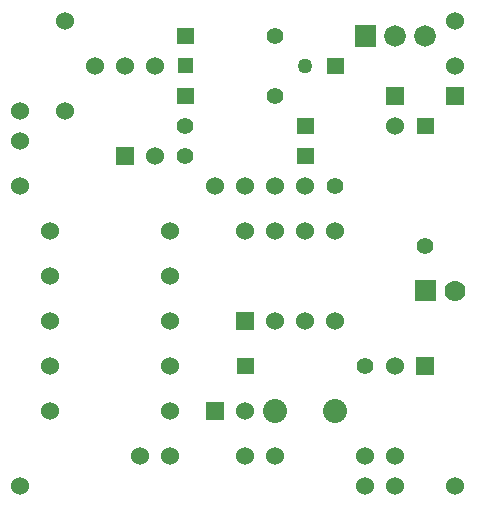
<source format=gbr>
G04 start of page 2 for group 0 idx 0 *
G04 Title: (unknown), component *
G04 Creator: pcb 20100929 *
G04 CreationDate: Thu Oct 25 17:22:37 2012 UTC *
G04 For: blc *
G04 Format: Gerber/RS-274X *
G04 PCB-Dimensions: 200000 200000 *
G04 PCB-Coordinate-Origin: lower left *
%MOIN*%
%FSLAX25Y25*%
%LNFRONT*%
%ADD11C,0.0550*%
%ADD12C,0.0600*%
%ADD13C,0.0200*%
%ADD14C,0.0500*%
%ADD15C,0.0800*%
%ADD16C,0.0700*%
%ADD17C,0.0720*%
%ADD18C,0.0300*%
%ADD19C,0.0350*%
%ADD20C,0.0280*%
%ADD21C,0.0420*%
G54D11*X80000Y135000D03*
Y145000D03*
G54D12*X40000Y150000D03*
Y180000D03*
X50000Y165000D03*
X60000D03*
X70000D03*
G54D13*G36*
X57000Y138000D02*Y132000D01*
X63000D01*
Y138000D01*
X57000D01*
G37*
G54D12*X35000Y110000D03*
Y95000D03*
Y80000D03*
Y65000D03*
Y50000D03*
X70000Y135000D03*
G54D13*G36*
X77250Y157750D02*Y152250D01*
X82750D01*
Y157750D01*
X77250D01*
G37*
G36*
X77500Y167500D02*Y162500D01*
X82500D01*
Y167500D01*
X77500D01*
G37*
G36*
X77250Y177750D02*Y172250D01*
X82750D01*
Y177750D01*
X77250D01*
G37*
G36*
X117250Y137750D02*Y132250D01*
X122750D01*
Y137750D01*
X117250D01*
G37*
G36*
Y147750D02*Y142250D01*
X122750D01*
Y147750D01*
X117250D01*
G37*
G54D11*X110000Y155000D03*
G54D12*Y110000D03*
X100000D03*
G54D13*G36*
X127250Y167750D02*Y162250D01*
X132750D01*
Y167750D01*
X127250D01*
G37*
G54D14*X120000Y165000D03*
G54D11*X110000Y175000D03*
X130000Y125000D03*
G54D12*X90000D03*
X100000D03*
X120000D03*
X110000D03*
X75000Y110000D03*
Y95000D03*
G54D13*G36*
X97000Y83000D02*Y77000D01*
X103000D01*
Y83000D01*
X97000D01*
G37*
G54D12*X110000Y80000D03*
X120000D03*
G54D13*G36*
X97250Y67750D02*Y62250D01*
X102750D01*
Y67750D01*
X97250D01*
G37*
G54D12*X75000Y80000D03*
Y65000D03*
X130000Y80000D03*
G54D11*X140000Y65000D03*
G54D15*X130000Y50000D03*
X110000D03*
G54D12*Y35000D03*
X100000D03*
G54D13*G36*
X87000Y53000D02*Y47000D01*
X93000D01*
Y53000D01*
X87000D01*
G37*
G54D12*X100000Y50000D03*
X150000Y25000D03*
X140000Y35000D03*
Y25000D03*
X150000Y35000D03*
G54D13*G36*
X157000Y68000D02*Y62000D01*
X163000D01*
Y68000D01*
X157000D01*
G37*
G54D12*X150000Y65000D03*
X75000Y35000D03*
X65000D03*
X75000Y50000D03*
X130000Y110000D03*
G54D11*X160000Y105000D03*
G54D13*G36*
X156500Y93500D02*Y86500D01*
X163500D01*
Y93500D01*
X156500D01*
G37*
G54D16*X170000Y90000D03*
G54D12*X120000Y110000D03*
G54D13*G36*
X157250Y147750D02*Y142250D01*
X162750D01*
Y147750D01*
X157250D01*
G37*
G36*
X147000Y158000D02*Y152000D01*
X153000D01*
Y158000D01*
X147000D01*
G37*
G54D12*X150000Y145000D03*
G54D13*G36*
X167000Y158000D02*Y152000D01*
X173000D01*
Y158000D01*
X167000D01*
G37*
G54D12*X170000Y165000D03*
G54D13*G36*
X136400Y178600D02*Y171400D01*
X143600D01*
Y178600D01*
X136400D01*
G37*
G54D17*X150000Y175000D03*
X160000D03*
G54D12*X25000Y25000D03*
Y140000D03*
X170000Y180000D03*
X25000Y125000D03*
Y150000D03*
X170000Y25000D03*
G54D18*G54D19*G54D18*G54D19*G54D18*G54D13*G54D18*G54D20*G54D18*G54D13*G54D18*G54D19*G54D20*G54D18*G54D19*G54D20*G54D18*G54D19*G54D18*G54D19*G54D18*G54D19*G54D20*G54D18*G54D20*G54D18*G54D21*G54D19*M02*

</source>
